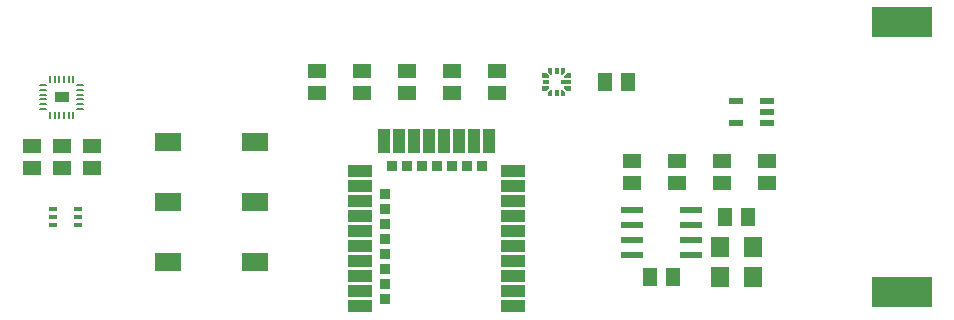
<source format=gbr>
G04 EAGLE Gerber RS-274X export*
G75*
%MOMM*%
%FSLAX34Y34*%
%LPD*%
%INSolderpaste Top*%
%IPPOS*%
%AMOC8*
5,1,8,0,0,1.08239X$1,22.5*%
G01*
%ADD10R,5.100000X2.500000*%
%ADD11R,2.300000X1.600000*%
%ADD12R,1.500000X1.300000*%
%ADD13R,1.300000X1.500000*%
%ADD14R,1.600000X1.803000*%
%ADD15R,1.150000X0.950000*%
%ADD16C,0.200000*%
%ADD17R,1.200000X0.550000*%
%ADD18R,1.981200X0.558800*%
%ADD19R,0.800000X0.420000*%
%ADD20R,0.830000X0.400000*%
%ADD21R,0.400000X0.580000*%
%ADD22R,0.580000X0.400000*%
%ADD23R,1.000000X2.000000*%
%ADD24R,2.000000X1.000000*%
%ADD25R,0.900000X0.900000*%

G36*
X621754Y206689D02*
X621754Y206689D01*
X621754Y206690D01*
X621754Y210690D01*
X621751Y210694D01*
X621750Y210694D01*
X618140Y210694D01*
X618138Y210693D01*
X618137Y210693D01*
X615947Y208503D01*
X615947Y208502D01*
X615946Y208501D01*
X615947Y208501D01*
X615946Y208500D01*
X615946Y206690D01*
X615949Y206686D01*
X615950Y206686D01*
X621750Y206686D01*
X621754Y206689D01*
G37*
G36*
X603254Y206689D02*
X603254Y206689D01*
X603254Y206690D01*
X603254Y208500D01*
X603253Y208502D01*
X603253Y208503D01*
X601063Y210693D01*
X601061Y210693D01*
X601061Y210694D01*
X601060Y210694D01*
X597450Y210694D01*
X597446Y210691D01*
X597446Y210690D01*
X597446Y206690D01*
X597449Y206686D01*
X597450Y206686D01*
X603250Y206686D01*
X603254Y206689D01*
G37*
G36*
X614902Y209547D02*
X614902Y209547D01*
X614903Y209547D01*
X617093Y211737D01*
X617093Y211739D01*
X617094Y211740D01*
X617094Y215350D01*
X617091Y215354D01*
X617090Y215354D01*
X613090Y215354D01*
X613086Y215351D01*
X613086Y215350D01*
X613086Y209550D01*
X613089Y209546D01*
X613090Y209546D01*
X614900Y209546D01*
X614902Y209547D01*
G37*
G36*
X606114Y209549D02*
X606114Y209549D01*
X606114Y209550D01*
X606114Y215350D01*
X606111Y215354D01*
X606110Y215354D01*
X602110Y215354D01*
X602106Y215351D01*
X602106Y215350D01*
X602106Y211740D01*
X602107Y211738D01*
X602107Y211737D01*
X604297Y209547D01*
X604299Y209547D01*
X604300Y209546D01*
X606110Y209546D01*
X606114Y209549D01*
G37*
G36*
X601062Y195707D02*
X601062Y195707D01*
X601063Y195707D01*
X603253Y197897D01*
X603253Y197899D01*
X603254Y197900D01*
X603254Y199710D01*
X603251Y199714D01*
X603250Y199714D01*
X597450Y199714D01*
X597446Y199711D01*
X597446Y199710D01*
X597446Y195710D01*
X597449Y195706D01*
X597450Y195706D01*
X601060Y195706D01*
X601062Y195707D01*
G37*
G36*
X621754Y195709D02*
X621754Y195709D01*
X621754Y195710D01*
X621754Y199710D01*
X621751Y199714D01*
X621750Y199714D01*
X615950Y199714D01*
X615946Y199711D01*
X615946Y199710D01*
X615946Y197900D01*
X615947Y197898D01*
X615947Y197897D01*
X618137Y195707D01*
X618139Y195707D01*
X618140Y195706D01*
X621750Y195706D01*
X621754Y195709D01*
G37*
G36*
X606114Y191049D02*
X606114Y191049D01*
X606114Y191050D01*
X606114Y196850D01*
X606111Y196854D01*
X606110Y196854D01*
X604300Y196854D01*
X604298Y196853D01*
X604297Y196853D01*
X602107Y194663D01*
X602107Y194661D01*
X602106Y194660D01*
X602106Y191050D01*
X602109Y191046D01*
X602110Y191046D01*
X606110Y191046D01*
X606114Y191049D01*
G37*
G36*
X617094Y191049D02*
X617094Y191049D01*
X617094Y191050D01*
X617094Y194660D01*
X617093Y194662D01*
X617093Y194663D01*
X614903Y196853D01*
X614901Y196853D01*
X614900Y196854D01*
X613090Y196854D01*
X613086Y196851D01*
X613086Y196850D01*
X613086Y191050D01*
X613089Y191046D01*
X613090Y191046D01*
X617090Y191046D01*
X617094Y191049D01*
G37*
D10*
X901700Y25200D03*
X901700Y254200D03*
D11*
X354000Y101600D03*
X281000Y101600D03*
X354000Y50800D03*
X281000Y50800D03*
D12*
X711200Y136500D03*
X711200Y117500D03*
X444500Y193700D03*
X444500Y212700D03*
X787400Y136500D03*
X787400Y117500D03*
X520700Y193700D03*
X520700Y212700D03*
X406400Y212700D03*
X406400Y193700D03*
D13*
X650900Y203200D03*
X669900Y203200D03*
D12*
X190500Y149200D03*
X190500Y130200D03*
X558800Y193700D03*
X558800Y212700D03*
D14*
X776220Y38100D03*
X747780Y38100D03*
D15*
X190500Y190500D03*
D16*
X177500Y200500D02*
X172500Y200500D01*
X172500Y196500D02*
X177500Y196500D01*
X177500Y192500D02*
X172500Y192500D01*
X172500Y188500D02*
X177500Y188500D01*
X177500Y184500D02*
X172500Y184500D01*
X172500Y180500D02*
X177500Y180500D01*
X180500Y177500D02*
X180500Y172500D01*
X184500Y172500D02*
X184500Y177500D01*
X188500Y177500D02*
X188500Y172500D01*
X192500Y172500D02*
X192500Y177500D01*
X196500Y177500D02*
X196500Y172500D01*
X200500Y172500D02*
X200500Y177500D01*
X203500Y180500D02*
X208500Y180500D01*
X208500Y184500D02*
X203500Y184500D01*
X203500Y188500D02*
X208500Y188500D01*
X208500Y192500D02*
X203500Y192500D01*
X203500Y196500D02*
X208500Y196500D01*
X208500Y200500D02*
X203500Y200500D01*
X200500Y203500D02*
X200500Y208500D01*
X196500Y208500D02*
X196500Y203500D01*
X192500Y203500D02*
X192500Y208500D01*
X188500Y208500D02*
X188500Y203500D01*
X184500Y203500D02*
X184500Y208500D01*
X180500Y208500D02*
X180500Y203500D01*
D12*
X673100Y117500D03*
X673100Y136500D03*
X165100Y130200D03*
X165100Y149200D03*
D13*
X752500Y88900D03*
X771500Y88900D03*
X689000Y38100D03*
X708000Y38100D03*
D12*
X749300Y136500D03*
X749300Y117500D03*
X215900Y130200D03*
X215900Y149200D03*
D14*
X747780Y63500D03*
X776220Y63500D03*
D11*
X354000Y152400D03*
X281000Y152400D03*
D17*
X787700Y168300D03*
X787700Y177800D03*
X787700Y187300D03*
X761700Y187300D03*
X761700Y168300D03*
D18*
X673862Y95250D03*
X673862Y82550D03*
X673862Y69850D03*
X673862Y57150D03*
X723138Y57150D03*
X723138Y69850D03*
X723138Y82550D03*
X723138Y95250D03*
D19*
X183200Y95400D03*
X204200Y95400D03*
X183200Y88900D03*
X204200Y88900D03*
X183200Y82400D03*
X204200Y82400D03*
D20*
X617600Y203200D03*
D21*
X609600Y193950D03*
D22*
X600350Y203200D03*
D21*
X609600Y212450D03*
D23*
X552400Y153500D03*
X539700Y153500D03*
X527000Y153500D03*
X514300Y153500D03*
X501600Y153500D03*
X488900Y153500D03*
X476200Y153500D03*
X463500Y153500D03*
D24*
X573000Y127500D03*
X573000Y114800D03*
X573000Y102100D03*
X573000Y89400D03*
X573000Y76700D03*
X573000Y64000D03*
X573000Y51300D03*
X573000Y38600D03*
X573000Y25900D03*
X573000Y13200D03*
X443000Y127500D03*
X443000Y114800D03*
X443000Y102100D03*
X443000Y89400D03*
X443000Y76700D03*
X443000Y64000D03*
X443000Y51300D03*
X443000Y38600D03*
X443000Y25900D03*
X443000Y13200D03*
D25*
X546100Y132500D03*
X533400Y132500D03*
X520700Y132500D03*
X508000Y132500D03*
X495300Y132500D03*
X482600Y132500D03*
X469900Y132500D03*
X464000Y108450D03*
X464000Y95750D03*
X464000Y83050D03*
X464000Y70350D03*
X464000Y57650D03*
X464000Y44950D03*
X464000Y32250D03*
X464000Y19550D03*
D12*
X482600Y212700D03*
X482600Y193700D03*
M02*

</source>
